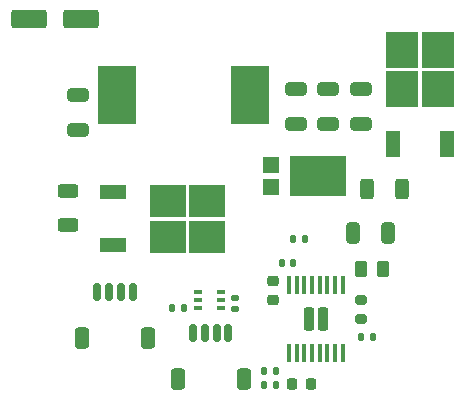
<source format=gtp>
%TF.GenerationSoftware,KiCad,Pcbnew,(6.0.9)*%
%TF.CreationDate,2023-02-03T11:06:12+01:00*%
%TF.ProjectId,Powerboard,506f7765-7262-46f6-9172-642e6b696361,rev?*%
%TF.SameCoordinates,Original*%
%TF.FileFunction,Paste,Top*%
%TF.FilePolarity,Positive*%
%FSLAX46Y46*%
G04 Gerber Fmt 4.6, Leading zero omitted, Abs format (unit mm)*
G04 Created by KiCad (PCBNEW (6.0.9)) date 2023-02-03 11:06:12*
%MOMM*%
%LPD*%
G01*
G04 APERTURE LIST*
G04 Aperture macros list*
%AMRoundRect*
0 Rectangle with rounded corners*
0 $1 Rounding radius*
0 $2 $3 $4 $5 $6 $7 $8 $9 X,Y pos of 4 corners*
0 Add a 4 corners polygon primitive as box body*
4,1,4,$2,$3,$4,$5,$6,$7,$8,$9,$2,$3,0*
0 Add four circle primitives for the rounded corners*
1,1,$1+$1,$2,$3*
1,1,$1+$1,$4,$5*
1,1,$1+$1,$6,$7*
1,1,$1+$1,$8,$9*
0 Add four rect primitives between the rounded corners*
20,1,$1+$1,$2,$3,$4,$5,0*
20,1,$1+$1,$4,$5,$6,$7,0*
20,1,$1+$1,$6,$7,$8,$9,0*
20,1,$1+$1,$8,$9,$2,$3,0*%
G04 Aperture macros list end*
%ADD10R,0.650000X0.400000*%
%ADD11RoundRect,0.250000X-0.262500X-0.450000X0.262500X-0.450000X0.262500X0.450000X-0.262500X0.450000X0*%
%ADD12RoundRect,0.150000X-0.150000X-0.625000X0.150000X-0.625000X0.150000X0.625000X-0.150000X0.625000X0*%
%ADD13RoundRect,0.250000X-0.350000X-0.650000X0.350000X-0.650000X0.350000X0.650000X-0.350000X0.650000X0*%
%ADD14RoundRect,0.250000X-0.325000X-0.650000X0.325000X-0.650000X0.325000X0.650000X-0.325000X0.650000X0*%
%ADD15R,3.250000X5.000000*%
%ADD16RoundRect,0.250000X0.650000X-0.325000X0.650000X0.325000X-0.650000X0.325000X-0.650000X-0.325000X0*%
%ADD17RoundRect,0.225000X0.225000X0.250000X-0.225000X0.250000X-0.225000X-0.250000X0.225000X-0.250000X0*%
%ADD18RoundRect,0.250000X-0.625000X0.312500X-0.625000X-0.312500X0.625000X-0.312500X0.625000X0.312500X0*%
%ADD19RoundRect,0.200000X0.275000X-0.200000X0.275000X0.200000X-0.275000X0.200000X-0.275000X-0.200000X0*%
%ADD20RoundRect,0.250000X-1.250000X-0.550000X1.250000X-0.550000X1.250000X0.550000X-1.250000X0.550000X0*%
%ADD21RoundRect,0.140000X0.170000X-0.140000X0.170000X0.140000X-0.170000X0.140000X-0.170000X-0.140000X0*%
%ADD22RoundRect,0.232500X0.232500X-0.757500X0.232500X0.757500X-0.232500X0.757500X-0.232500X-0.757500X0*%
%ADD23RoundRect,0.100000X0.100000X-0.687500X0.100000X0.687500X-0.100000X0.687500X-0.100000X-0.687500X0*%
%ADD24RoundRect,0.135000X-0.135000X-0.185000X0.135000X-0.185000X0.135000X0.185000X-0.135000X0.185000X0*%
%ADD25RoundRect,0.250000X0.312500X0.625000X-0.312500X0.625000X-0.312500X-0.625000X0.312500X-0.625000X0*%
%ADD26RoundRect,0.225000X-0.250000X0.225000X-0.250000X-0.225000X0.250000X-0.225000X0.250000X0.225000X0*%
%ADD27RoundRect,0.135000X0.135000X0.185000X-0.135000X0.185000X-0.135000X-0.185000X0.135000X-0.185000X0*%
%ADD28RoundRect,0.140000X-0.140000X-0.170000X0.140000X-0.170000X0.140000X0.170000X-0.140000X0.170000X0*%
%ADD29RoundRect,0.250000X-0.650000X0.325000X-0.650000X-0.325000X0.650000X-0.325000X0.650000X0.325000X0*%
%ADD30R,2.750000X3.050000*%
%ADD31R,1.200000X2.200000*%
%ADD32R,4.860000X3.360000*%
%ADD33R,1.400000X1.390000*%
%ADD34R,3.050000X2.750000*%
%ADD35R,2.200000X1.200000*%
G04 APERTURE END LIST*
D10*
%TO.C,UR1*%
X149050000Y-113750000D03*
X149050000Y-113100000D03*
X149050000Y-112450000D03*
X147150000Y-112450000D03*
X147150000Y-113100000D03*
X147150000Y-113750000D03*
%TD*%
D11*
%TO.C,R7*%
X160925000Y-110500000D03*
X162750000Y-110500000D03*
%TD*%
D12*
%TO.C,J4*%
X146700000Y-115900000D03*
X147700000Y-115900000D03*
X148700000Y-115900000D03*
X149700000Y-115900000D03*
D13*
X145400000Y-119775000D03*
X151000000Y-119775000D03*
%TD*%
D14*
%TO.C,C9*%
X160225000Y-107400000D03*
X163175000Y-107400000D03*
%TD*%
D15*
%TO.C,L1*%
X140275000Y-95700000D03*
X151525000Y-95700000D03*
%TD*%
D16*
%TO.C,C7*%
X158150000Y-98175000D03*
X158150000Y-95225000D03*
%TD*%
D17*
%TO.C,C5*%
X156675000Y-120200000D03*
X155125000Y-120200000D03*
%TD*%
D18*
%TO.C,R9*%
X136100000Y-103837500D03*
X136100000Y-106762500D03*
%TD*%
D19*
%TO.C,R5*%
X160900000Y-114725000D03*
X160900000Y-113075000D03*
%TD*%
D20*
%TO.C,C1*%
X132800000Y-89300000D03*
X137200000Y-89300000D03*
%TD*%
D21*
%TO.C,C10*%
X150300000Y-113880000D03*
X150300000Y-112920000D03*
%TD*%
D22*
%TO.C,U1*%
X157680000Y-114700000D03*
X156520000Y-114700000D03*
D23*
X154825000Y-117562500D03*
X155475000Y-117562500D03*
X156125000Y-117562500D03*
X156775000Y-117562500D03*
X157425000Y-117562500D03*
X158075000Y-117562500D03*
X158725000Y-117562500D03*
X159375000Y-117562500D03*
X159375000Y-111837500D03*
X158725000Y-111837500D03*
X158075000Y-111837500D03*
X157425000Y-111837500D03*
X156775000Y-111837500D03*
X156125000Y-111837500D03*
X155475000Y-111837500D03*
X154825000Y-111837500D03*
%TD*%
D24*
%TO.C,R8*%
X152740000Y-120300000D03*
X153760000Y-120300000D03*
%TD*%
D25*
%TO.C,R6*%
X164362500Y-103700000D03*
X161437500Y-103700000D03*
%TD*%
D16*
%TO.C,C8*%
X155400000Y-98175000D03*
X155400000Y-95225000D03*
%TD*%
D24*
%TO.C,R1*%
X152740000Y-119100000D03*
X153760000Y-119100000D03*
%TD*%
D26*
%TO.C,C3*%
X153500000Y-111525000D03*
X153500000Y-113075000D03*
%TD*%
D27*
%TO.C,R2*%
X145910000Y-113800000D03*
X144890000Y-113800000D03*
%TD*%
D28*
%TO.C,C4*%
X154220000Y-110000000D03*
X155180000Y-110000000D03*
%TD*%
D12*
%TO.C,J3*%
X138600000Y-112400000D03*
X139600000Y-112400000D03*
X140600000Y-112400000D03*
X141600000Y-112400000D03*
D13*
X142900000Y-116275000D03*
X137300000Y-116275000D03*
%TD*%
D29*
%TO.C,C2*%
X137000000Y-95725000D03*
X137000000Y-98675000D03*
%TD*%
D16*
%TO.C,C6*%
X160900000Y-98175000D03*
X160900000Y-95225000D03*
%TD*%
D30*
%TO.C,Q2*%
X164375000Y-95275000D03*
X167425000Y-91925000D03*
X167425000Y-95275000D03*
X164375000Y-91925000D03*
D31*
X163620000Y-99900000D03*
X168180000Y-99900000D03*
%TD*%
D27*
%TO.C,R4*%
X156210000Y-107900000D03*
X155190000Y-107900000D03*
%TD*%
D32*
%TO.C,D1*%
X157320000Y-102600000D03*
D33*
X153338000Y-101680000D03*
X153338000Y-103520000D03*
%TD*%
D34*
%TO.C,Q1*%
X144575000Y-104675000D03*
X144575000Y-107725000D03*
X147925000Y-107725000D03*
X147925000Y-104675000D03*
D35*
X139950000Y-103920000D03*
X139950000Y-108480000D03*
%TD*%
D27*
%TO.C,R10*%
X161910000Y-116200000D03*
X160890000Y-116200000D03*
%TD*%
M02*

</source>
